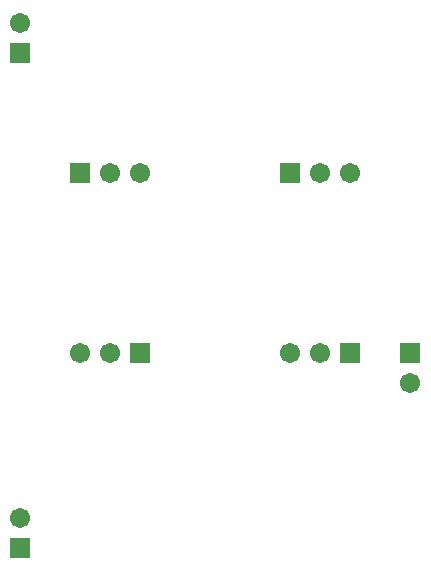
<source format=gbl>
G04 MADE WITH FRITZING*
G04 WWW.FRITZING.ORG*
G04 DOUBLE SIDED*
G04 HOLES PLATED*
G04 CONTOUR ON CENTER OF CONTOUR VECTOR*
%ASAXBY*%
%FSLAX23Y23*%
%MOIN*%
%OFA0B0*%
%SFA1.0B1.0*%
%ADD10C,0.067559*%
%ADD11R,0.067559X0.067559*%
%LNCOPPER0*%
G90*
G70*
G54D10*
X1544Y871D03*
X1544Y771D03*
X1144Y1471D03*
X1244Y1471D03*
X1344Y1471D03*
X444Y1471D03*
X544Y1471D03*
X644Y1471D03*
X644Y871D03*
X544Y871D03*
X444Y871D03*
X1344Y871D03*
X1244Y871D03*
X1144Y871D03*
X244Y1871D03*
X244Y1971D03*
X244Y221D03*
X244Y321D03*
G54D11*
X1544Y871D03*
X1144Y1471D03*
X444Y1471D03*
X644Y871D03*
X1344Y871D03*
X244Y1871D03*
X244Y221D03*
G04 End of Copper0*
M02*
</source>
